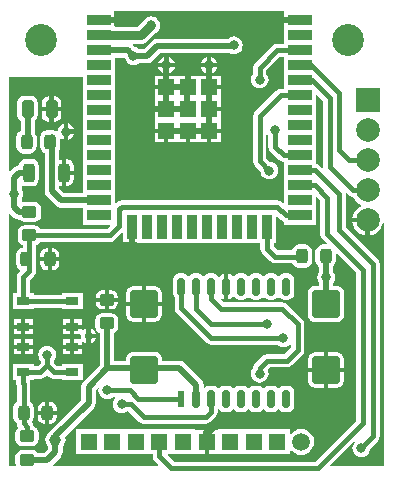
<source format=gtl>
G04 Layer_Physical_Order=1*
G04 Layer_Color=255*
%FSLAX44Y44*%
%MOMM*%
G71*
G01*
G75*
G04:AMPARAMS|DCode=10|XSize=1.016mm|YSize=1.524mm|CornerRadius=0.254mm|HoleSize=0mm|Usage=FLASHONLY|Rotation=0.000|XOffset=0mm|YOffset=0mm|HoleType=Round|Shape=RoundedRectangle|*
%AMROUNDEDRECTD10*
21,1,1.0160,1.0160,0,0,0.0*
21,1,0.5080,1.5240,0,0,0.0*
1,1,0.5080,0.2540,-0.5080*
1,1,0.5080,-0.2540,-0.5080*
1,1,0.5080,-0.2540,0.5080*
1,1,0.5080,0.2540,0.5080*
%
%ADD10ROUNDEDRECTD10*%
G04:AMPARAMS|DCode=11|XSize=1mm|YSize=1.25mm|CornerRadius=0.25mm|HoleSize=0mm|Usage=FLASHONLY|Rotation=0.000|XOffset=0mm|YOffset=0mm|HoleType=Round|Shape=RoundedRectangle|*
%AMROUNDEDRECTD11*
21,1,1.0000,0.7500,0,0,0.0*
21,1,0.5000,1.2500,0,0,0.0*
1,1,0.5000,0.2500,-0.3750*
1,1,0.5000,-0.2500,-0.3750*
1,1,0.5000,-0.2500,0.3750*
1,1,0.5000,0.2500,0.3750*
%
%ADD11ROUNDEDRECTD11*%
G04:AMPARAMS|DCode=12|XSize=2.4mm|YSize=2.4mm|CornerRadius=0.3mm|HoleSize=0mm|Usage=FLASHONLY|Rotation=90.000|XOffset=0mm|YOffset=0mm|HoleType=Round|Shape=RoundedRectangle|*
%AMROUNDEDRECTD12*
21,1,2.4000,1.8000,0,0,90.0*
21,1,1.8000,2.4000,0,0,90.0*
1,1,0.6000,0.9000,0.9000*
1,1,0.6000,0.9000,-0.9000*
1,1,0.6000,-0.9000,-0.9000*
1,1,0.6000,-0.9000,0.9000*
%
%ADD12ROUNDEDRECTD12*%
G04:AMPARAMS|DCode=13|XSize=1mm|YSize=1.25mm|CornerRadius=0.25mm|HoleSize=0mm|Usage=FLASHONLY|Rotation=270.000|XOffset=0mm|YOffset=0mm|HoleType=Round|Shape=RoundedRectangle|*
%AMROUNDEDRECTD13*
21,1,1.0000,0.7500,0,0,270.0*
21,1,0.5000,1.2500,0,0,270.0*
1,1,0.5000,-0.3750,-0.2500*
1,1,0.5000,-0.3750,0.2500*
1,1,0.5000,0.3750,0.2500*
1,1,0.5000,0.3750,-0.2500*
%
%ADD13ROUNDEDRECTD13*%
G04:AMPARAMS|DCode=14|XSize=1mm|YSize=1.6mm|CornerRadius=0.25mm|HoleSize=0mm|Usage=FLASHONLY|Rotation=0.000|XOffset=0mm|YOffset=0mm|HoleType=Round|Shape=RoundedRectangle|*
%AMROUNDEDRECTD14*
21,1,1.0000,1.1000,0,0,0.0*
21,1,0.5000,1.6000,0,0,0.0*
1,1,0.5000,0.2500,-0.5500*
1,1,0.5000,-0.2500,-0.5500*
1,1,0.5000,-0.2500,0.5500*
1,1,0.5000,0.2500,0.5500*
%
%ADD14ROUNDEDRECTD14*%
G04:AMPARAMS|DCode=15|XSize=1.524mm|YSize=0.6096mm|CornerRadius=0.1524mm|HoleSize=0mm|Usage=FLASHONLY|Rotation=270.000|XOffset=0mm|YOffset=0mm|HoleType=Round|Shape=RoundedRectangle|*
%AMROUNDEDRECTD15*
21,1,1.5240,0.3048,0,0,270.0*
21,1,1.2192,0.6096,0,0,270.0*
1,1,0.3048,-0.1524,-0.6096*
1,1,0.3048,-0.1524,0.6096*
1,1,0.3048,0.1524,0.6096*
1,1,0.3048,0.1524,-0.6096*
%
%ADD15ROUNDEDRECTD15*%
%ADD16R,0.6096X1.4732*%
%ADD17R,1.3300X1.3300*%
%ADD18R,1.3300X1.3300*%
%ADD19R,2.0000X0.9000*%
%ADD20R,0.9000X2.0000*%
%ADD21R,1.0500X0.6500*%
%ADD22C,0.5080*%
%ADD23C,0.4000*%
%ADD24C,0.5000*%
%ADD25C,0.7500*%
%ADD26C,0.2540*%
%ADD27C,0.7000*%
%ADD28C,2.7000*%
%ADD29R,1.4000X1.4000*%
%ADD30C,1.5000*%
%ADD31C,2.0000*%
%ADD32R,2.0000X2.0000*%
%ADD33C,0.8000*%
%ADD34C,0.7000*%
%ADD35C,1.0000*%
G36*
X65400Y328350D02*
Y315650D01*
Y302950D01*
Y290250D01*
Y277550D01*
Y264850D01*
Y252150D01*
Y240868D01*
X49472D01*
X45056Y245284D01*
Y246741D01*
X45829Y247375D01*
X47000Y247142D01*
X47750D01*
Y258250D01*
Y269358D01*
X47000D01*
X45829Y269125D01*
X45056Y269759D01*
Y277191D01*
X45708Y278166D01*
X46173Y280508D01*
Y286750D01*
X47070Y287192D01*
X47470Y286886D01*
X49173Y286180D01*
X49250Y286170D01*
Y293000D01*
Y299830D01*
X49173Y299820D01*
X47470Y299114D01*
X46008Y297992D01*
X44886Y296530D01*
X44180Y294827D01*
X44040Y293764D01*
X42968Y293278D01*
X42397Y293659D01*
X40056Y294125D01*
X35056D01*
X32715Y293659D01*
X30730Y292333D01*
X29404Y290349D01*
X28938Y288008D01*
Y280508D01*
X29404Y278166D01*
X30730Y276182D01*
X32715Y274856D01*
X32821Y274835D01*
Y242750D01*
X33286Y240409D01*
X34612Y238424D01*
X42612Y230424D01*
X44597Y229098D01*
X46938Y228633D01*
X65400D01*
Y214050D01*
X87813D01*
X88196Y213126D01*
X85677Y210608D01*
X28890D01*
X28076Y211826D01*
X26091Y213152D01*
X23750Y213617D01*
X16250D01*
X13909Y213152D01*
X11924Y211826D01*
X10598Y209841D01*
X10132Y207500D01*
Y202500D01*
X10598Y200159D01*
X11924Y198174D01*
X13909Y196848D01*
X14392Y196752D01*
Y194796D01*
X12409Y194402D01*
X10424Y193076D01*
X9098Y191091D01*
X8632Y188750D01*
Y181250D01*
X9098Y178909D01*
X10424Y176924D01*
X11716Y176061D01*
X11843Y174774D01*
X10785Y173715D01*
X9569Y171896D01*
X9142Y169750D01*
Y156000D01*
X6000D01*
Y142500D01*
X23500D01*
Y143642D01*
X47500D01*
Y142500D01*
X65000D01*
Y156000D01*
X47500D01*
Y154858D01*
X23500D01*
Y156000D01*
X20358D01*
Y167427D01*
X23965Y171035D01*
X25181Y172854D01*
X25608Y175000D01*
Y179944D01*
X25868Y181250D01*
Y188750D01*
X25608Y190056D01*
Y196752D01*
X26091Y196848D01*
X28076Y198174D01*
X28890Y199392D01*
X88000D01*
X90146Y199819D01*
X91965Y201035D01*
X98326Y207396D01*
X99250Y207013D01*
Y199050D01*
X105000D01*
Y212050D01*
X108500D01*
Y199050D01*
X111450D01*
Y198550D01*
X215442D01*
Y193950D01*
X215869Y191804D01*
X217085Y189985D01*
X224035Y183035D01*
X225854Y181819D01*
X228000Y181392D01*
X242609D01*
X243924Y179424D01*
X245909Y178098D01*
X248250Y177633D01*
X253250D01*
X255591Y178098D01*
X257576Y179424D01*
X258902Y181409D01*
X259368Y183750D01*
Y191250D01*
X258902Y193591D01*
X257576Y195576D01*
X255591Y196902D01*
X253250Y197368D01*
X248250D01*
X245909Y196902D01*
X243924Y195576D01*
X242598Y193591D01*
X242402Y192608D01*
X230323D01*
X226658Y196273D01*
Y198550D01*
X229050D01*
Y220713D01*
X229974Y221096D01*
X232985Y218085D01*
X234804Y216869D01*
X235400Y216751D01*
Y214050D01*
X262400D01*
Y226750D01*
Y237363D01*
X263324Y237745D01*
X266392Y234677D01*
Y206000D01*
X266819Y203854D01*
X268035Y202035D01*
X271778Y198291D01*
X271395Y197368D01*
X268250D01*
X265909Y196902D01*
X263924Y195576D01*
X262598Y193591D01*
X262132Y191250D01*
Y183750D01*
X262598Y181409D01*
X263924Y179424D01*
X265133Y178617D01*
Y173848D01*
X264699Y173282D01*
X263943Y171458D01*
X263685Y169500D01*
X263943Y167542D01*
X264699Y165718D01*
X264883Y165478D01*
Y162556D01*
X262000D01*
X260303Y162333D01*
X258722Y161678D01*
X257364Y160636D01*
X256322Y159278D01*
X255667Y157697D01*
X255444Y156000D01*
Y138000D01*
X255667Y136303D01*
X256322Y134722D01*
X257364Y133364D01*
X258722Y132322D01*
X260303Y131667D01*
X262000Y131444D01*
X280000D01*
X281697Y131667D01*
X283278Y132322D01*
X284636Y133364D01*
X285678Y134722D01*
X286333Y136303D01*
X286556Y138000D01*
Y156000D01*
X286333Y157697D01*
X285678Y159278D01*
X284636Y160636D01*
X283278Y161678D01*
X281697Y162333D01*
X280000Y162556D01*
X277118D01*
Y164827D01*
X277801Y165718D01*
X278557Y167542D01*
X278815Y169500D01*
X278557Y171458D01*
X277801Y173282D01*
X277367Y173848D01*
Y179285D01*
X277576Y179424D01*
X278902Y181409D01*
X279368Y183750D01*
Y189395D01*
X280291Y189778D01*
X296392Y173677D01*
Y48323D01*
X261677Y13608D01*
X142323D01*
X137104Y18826D01*
X137487Y19750D01*
X160500D01*
Y20250D01*
X168250D01*
Y30250D01*
Y40250D01*
X160500D01*
Y40750D01*
X59500D01*
Y19750D01*
X124392D01*
Y18000D01*
X124819Y15854D01*
X126035Y14035D01*
X129146Y10924D01*
X128763Y10000D01*
X40066D01*
X39652Y11000D01*
X46326Y17674D01*
X47652Y19659D01*
X48117Y22000D01*
Y26010D01*
X49425Y27713D01*
X50281Y29781D01*
X50573Y32000D01*
X50281Y34219D01*
X50161Y34509D01*
X74326Y58674D01*
X75652Y60659D01*
X76118Y63000D01*
Y74466D01*
X77696Y76044D01*
X78643Y75577D01*
X78435Y74000D01*
X78693Y72042D01*
X79449Y70218D01*
X80651Y68651D01*
X82218Y67449D01*
X84042Y66693D01*
X86000Y66435D01*
X87958Y66693D01*
X89782Y67449D01*
X91012Y68392D01*
X92455D01*
X92776Y67445D01*
X92651Y67349D01*
X91449Y65782D01*
X90693Y63958D01*
X90435Y62000D01*
X90693Y60042D01*
X91449Y58218D01*
X92651Y56651D01*
X94218Y55449D01*
X96042Y54693D01*
X98000Y54435D01*
X99958Y54693D01*
X101782Y55449D01*
X103012Y56392D01*
X103677D01*
X112785Y47285D01*
X114604Y46069D01*
X116750Y45642D01*
X169250D01*
X171396Y46069D01*
X173215Y47285D01*
X177915Y51985D01*
X179131Y53804D01*
X179558Y55950D01*
Y57725D01*
X179699Y57936D01*
X180901D01*
X181504Y57034D01*
X183166Y55924D01*
X185126Y55534D01*
X188174D01*
X190134Y55924D01*
X191796Y57034D01*
X192399Y57936D01*
X193601D01*
X194204Y57034D01*
X195866Y55924D01*
X197826Y55534D01*
X200874D01*
X202834Y55924D01*
X204496Y57034D01*
X205099Y57936D01*
X206301D01*
X206904Y57034D01*
X208566Y55924D01*
X210526Y55534D01*
X213574D01*
X215534Y55924D01*
X217196Y57034D01*
X217799Y57936D01*
X219001D01*
X219604Y57034D01*
X221266Y55924D01*
X223226Y55534D01*
X226274D01*
X228234Y55924D01*
X229896Y57034D01*
X230499Y57936D01*
X231701D01*
X232304Y57034D01*
X233966Y55924D01*
X235926Y55534D01*
X238974D01*
X240934Y55924D01*
X242596Y57034D01*
X243706Y58696D01*
X244096Y60656D01*
Y72848D01*
X243706Y74808D01*
X242596Y76470D01*
X240934Y77580D01*
X238974Y77970D01*
X235926D01*
X233966Y77580D01*
X232304Y76470D01*
X231701Y75568D01*
X230499D01*
X229896Y76470D01*
X228234Y77580D01*
X226274Y77970D01*
X223226D01*
X221266Y77580D01*
X219604Y76470D01*
X219001Y75568D01*
X217799D01*
X217196Y76470D01*
X215534Y77580D01*
X213574Y77970D01*
X210526D01*
X208566Y77580D01*
X206904Y76470D01*
X206301Y75568D01*
X205099D01*
X204496Y76470D01*
X202834Y77580D01*
X200874Y77970D01*
X197826D01*
X195866Y77580D01*
X194204Y76470D01*
X193601Y75568D01*
X192399D01*
X191796Y76470D01*
X190134Y77580D01*
X188174Y77970D01*
X185126D01*
X183166Y77580D01*
X181504Y76470D01*
X180901Y75568D01*
X179699D01*
X179096Y76470D01*
X177434Y77580D01*
X175474Y77970D01*
X172426D01*
X170466Y77580D01*
X168804Y76470D01*
X168368Y75817D01*
X167367Y76120D01*
Y78750D01*
X166902Y81091D01*
X165576Y83076D01*
X151326Y97326D01*
X149341Y98652D01*
X147000Y99118D01*
X132556D01*
Y100000D01*
X132333Y101697D01*
X131678Y103278D01*
X130636Y104636D01*
X129278Y105678D01*
X127697Y106333D01*
X126000Y106556D01*
X108000D01*
X106303Y106333D01*
X104722Y105678D01*
X103364Y104636D01*
X102322Y103278D01*
X101667Y101697D01*
X101444Y100000D01*
Y99118D01*
X91617D01*
Y122366D01*
X93576Y123674D01*
X94902Y125659D01*
X95368Y128000D01*
Y133000D01*
X94902Y135341D01*
X93576Y137326D01*
X91591Y138652D01*
X89250Y139117D01*
X81750D01*
X79409Y138652D01*
X77424Y137326D01*
X76098Y135341D01*
X75633Y133000D01*
Y128000D01*
X76098Y125659D01*
X77424Y123674D01*
X79383Y122366D01*
Y95034D01*
X65674Y81326D01*
X64348Y79341D01*
X63882Y77000D01*
Y65534D01*
X37816Y39467D01*
X37713Y39425D01*
X35938Y38062D01*
X34575Y36287D01*
X33719Y34219D01*
X33427Y32000D01*
X33719Y29781D01*
X34575Y27713D01*
X35882Y26010D01*
Y24534D01*
X32466Y21117D01*
X26549D01*
X26076Y21826D01*
X24091Y23152D01*
X21750Y23617D01*
X14250D01*
X11909Y23152D01*
X9924Y21826D01*
X8598Y19841D01*
X8132Y17500D01*
Y12500D01*
X8431Y11000D01*
X7610Y10000D01*
X3000D01*
Y222984D01*
X3924Y223367D01*
X7145Y220145D01*
X9143Y218811D01*
X11500Y218342D01*
X11812D01*
X11924Y218174D01*
X13909Y216848D01*
X16250Y216383D01*
X23750D01*
X26091Y216848D01*
X28076Y218174D01*
X29402Y220159D01*
X29868Y222500D01*
Y227500D01*
X29402Y229841D01*
X28076Y231826D01*
X26091Y233152D01*
X23750Y233617D01*
X16250D01*
X14408Y233251D01*
X13408Y233929D01*
Y235706D01*
X13801Y236218D01*
X14557Y238042D01*
X14815Y240000D01*
X14557Y241958D01*
X13801Y243782D01*
X13408Y244294D01*
Y246873D01*
X14290Y247344D01*
X14659Y247098D01*
X17000Y246632D01*
X22000D01*
X24341Y247098D01*
X26326Y248424D01*
X27652Y250409D01*
X28117Y252750D01*
Y263750D01*
X27652Y266091D01*
X26326Y268076D01*
X24341Y269402D01*
X22000Y269867D01*
X17000D01*
X14659Y269402D01*
X12674Y268076D01*
X11348Y266091D01*
X10993Y264307D01*
X9143Y263940D01*
X7145Y262605D01*
X3924Y259383D01*
X3000Y259766D01*
Y338750D01*
X65400D01*
Y328350D01*
D02*
G37*
G36*
X268642Y318927D02*
Y262750D01*
X268669Y262615D01*
X267787Y262143D01*
X265815Y264115D01*
X263996Y265331D01*
X262400Y265648D01*
Y277550D01*
Y290250D01*
Y302950D01*
Y315650D01*
Y323863D01*
X263324Y324246D01*
X268642Y318927D01*
D02*
G37*
G36*
X235900Y394650D02*
Y388900D01*
X248900D01*
Y385400D01*
X235900D01*
Y382450D01*
X235400D01*
Y367358D01*
X229750D01*
X227604Y366931D01*
X225785Y365715D01*
X211035Y350965D01*
X209819Y349146D01*
X209392Y347000D01*
Y342012D01*
X208449Y340782D01*
X207693Y338958D01*
X207435Y337000D01*
X207693Y335042D01*
X208449Y333218D01*
X209651Y331651D01*
X211218Y330449D01*
X213042Y329693D01*
X215000Y329435D01*
X216958Y329693D01*
X218782Y330449D01*
X220349Y331651D01*
X221551Y333218D01*
X222307Y335042D01*
X222565Y337000D01*
X222307Y338958D01*
X221551Y340782D01*
X220608Y342012D01*
Y344677D01*
X232073Y356142D01*
X235400D01*
Y341050D01*
Y329258D01*
X232650D01*
X230504Y328831D01*
X228685Y327615D01*
X211035Y309965D01*
X209819Y308146D01*
X209392Y306000D01*
Y268000D01*
X209819Y265854D01*
X211035Y264035D01*
X215491Y259579D01*
X215693Y258042D01*
X216449Y256218D01*
X217651Y254651D01*
X219218Y253449D01*
X221042Y252693D01*
X223000Y252435D01*
X224958Y252693D01*
X226782Y253449D01*
X228349Y254651D01*
X229551Y256218D01*
X230307Y258042D01*
X230565Y260000D01*
X230307Y261958D01*
X229551Y263782D01*
X228349Y265349D01*
X226782Y266551D01*
X224958Y267307D01*
X223421Y267509D01*
X220608Y270323D01*
Y289752D01*
X220713Y289810D01*
X221608Y290011D01*
X222392Y288988D01*
Y280000D01*
X222819Y277854D01*
X224035Y276035D01*
X231185Y268885D01*
X233004Y267669D01*
X235150Y267242D01*
X235400D01*
Y252150D01*
Y239450D01*
Y232837D01*
X234476Y232454D01*
X233965Y232965D01*
X232146Y234181D01*
X230000Y234608D01*
X98000D01*
X95854Y234181D01*
X94035Y232965D01*
X93324Y232254D01*
X92400Y232637D01*
Y239450D01*
Y252150D01*
Y264850D01*
Y277550D01*
Y290250D01*
Y302950D01*
Y315650D01*
Y328350D01*
Y341050D01*
Y355633D01*
X100615D01*
X100693Y355042D01*
X101449Y353218D01*
X102651Y351651D01*
X104218Y350449D01*
X106042Y349693D01*
X108000Y349435D01*
X109958Y349693D01*
X111782Y350449D01*
X112348Y350882D01*
X119797D01*
X122138Y351348D01*
X124123Y352674D01*
X130751Y359302D01*
X189571D01*
X191042Y358693D01*
X193000Y358435D01*
X194958Y358693D01*
X196782Y359449D01*
X198349Y360651D01*
X199551Y362218D01*
X200307Y364042D01*
X200565Y366000D01*
X200307Y367958D01*
X199551Y369782D01*
X198349Y371349D01*
X196782Y372551D01*
X194958Y373307D01*
X193000Y373565D01*
X191042Y373307D01*
X189218Y372551D01*
X187897Y371538D01*
X128217D01*
X125876Y371072D01*
X123891Y369746D01*
X117263Y363117D01*
X112348D01*
X111782Y363551D01*
X109958Y364307D01*
X109252Y364400D01*
X107576Y366076D01*
X107419Y366181D01*
X107709Y367137D01*
X114450D01*
X116343Y367387D01*
X118106Y368117D01*
X119621Y369279D01*
X126817Y376475D01*
X128349Y377651D01*
X129551Y379218D01*
X130307Y381042D01*
X130565Y383000D01*
X130307Y384958D01*
X129551Y386782D01*
X128349Y388349D01*
X126782Y389551D01*
X124958Y390307D01*
X123000Y390565D01*
X121042Y390307D01*
X119218Y389551D01*
X117651Y388349D01*
X116475Y386816D01*
X111421Y381763D01*
X92615D01*
X92400Y382001D01*
Y382450D01*
X92400D01*
X91900Y383411D01*
Y385400D01*
X78900D01*
Y388900D01*
X91900D01*
Y394650D01*
X92755Y395000D01*
X235045D01*
X235900Y394650D01*
D02*
G37*
G36*
X289685Y239385D02*
X291504Y238169D01*
X293650Y237742D01*
X293960D01*
X294458Y236542D01*
X296622Y233722D01*
X299442Y231558D01*
X301080Y230879D01*
Y229879D01*
X299694Y229305D01*
X296978Y227222D01*
X294895Y224506D01*
X293585Y221344D01*
X293368Y219700D01*
X306250D01*
Y217950D01*
X308000D01*
Y205068D01*
X309644Y205285D01*
X312806Y206595D01*
X315522Y208678D01*
X317605Y211394D01*
X318915Y214556D01*
X319000Y215199D01*
X320000Y215133D01*
Y10000D01*
X275237D01*
X274854Y10924D01*
X294756Y30826D01*
X295510Y30165D01*
X294449Y28782D01*
X293693Y26958D01*
X293435Y25000D01*
X293693Y23042D01*
X294449Y21218D01*
X295651Y19651D01*
X297218Y18449D01*
X299042Y17693D01*
X301000Y17435D01*
X302958Y17693D01*
X304782Y18449D01*
X306349Y19651D01*
X307551Y21218D01*
X308307Y23042D01*
X308509Y24579D01*
X314965Y31035D01*
X316181Y32854D01*
X316608Y35000D01*
Y181000D01*
X316181Y183146D01*
X314965Y184965D01*
X287608Y212323D01*
Y240000D01*
X287581Y240135D01*
X288463Y240607D01*
X289685Y239385D01*
D02*
G37*
%LPC*%
G36*
X23000Y126000D02*
X16500D01*
Y121500D01*
X23000D01*
Y126000D01*
D02*
G37*
G36*
X71750Y126311D02*
Y121750D01*
X76311D01*
X75678Y123278D01*
X74636Y124636D01*
X73278Y125678D01*
X71750Y126311D01*
D02*
G37*
G36*
X54500Y126000D02*
X48000D01*
Y121500D01*
X54500D01*
Y126000D01*
D02*
G37*
G36*
X54500Y117000D02*
X48000D01*
Y112500D01*
X54500D01*
Y117000D01*
D02*
G37*
G36*
X76311Y118250D02*
X71750D01*
Y113689D01*
X73278Y114322D01*
X74636Y115364D01*
X75678Y116722D01*
X76311Y118250D01*
D02*
G37*
G36*
X13000Y126000D02*
X6500D01*
Y121500D01*
X13000D01*
Y126000D01*
D02*
G37*
G36*
X68250Y126311D02*
X66722Y125678D01*
X65500Y124740D01*
X64500Y124987D01*
Y126000D01*
X58000D01*
Y121500D01*
X62883D01*
X63542Y120748D01*
X63444Y120000D01*
X63667Y118303D01*
X63863Y117831D01*
X63307Y117000D01*
X58000D01*
Y112500D01*
X64500D01*
Y115013D01*
X65500Y115260D01*
X66722Y114322D01*
X68250Y113689D01*
Y120000D01*
Y126311D01*
D02*
G37*
G36*
X132118Y145250D02*
X118750D01*
Y131882D01*
X126000D01*
X128341Y132348D01*
X130326Y133674D01*
X131652Y135659D01*
X132118Y138000D01*
Y145250D01*
D02*
G37*
G36*
X115250D02*
X101882D01*
Y138000D01*
X102348Y135659D01*
X103674Y133674D01*
X105659Y132348D01*
X108000Y131882D01*
X115250D01*
Y145250D01*
D02*
G37*
G36*
X94858Y148750D02*
X87250D01*
Y142392D01*
X89250D01*
X91396Y142819D01*
X93215Y144035D01*
X94431Y145854D01*
X94858Y148000D01*
Y148750D01*
D02*
G37*
G36*
X83750D02*
X76142D01*
Y148000D01*
X76569Y145854D01*
X77785Y144035D01*
X79604Y142819D01*
X81750Y142392D01*
X83750D01*
Y148750D01*
D02*
G37*
G36*
X54500Y134000D02*
X48000D01*
Y129500D01*
X54500D01*
Y134000D01*
D02*
G37*
G36*
X13000D02*
X6500D01*
Y129500D01*
X13000D01*
Y134000D01*
D02*
G37*
G36*
X23000D02*
X16500D01*
Y129500D01*
X23000D01*
Y134000D01*
D02*
G37*
G36*
X64500D02*
X58000D01*
Y129500D01*
X64500D01*
Y134000D01*
D02*
G37*
G36*
X269250Y89250D02*
X255882D01*
Y82000D01*
X256348Y79659D01*
X257674Y77674D01*
X259659Y76348D01*
X262000Y75882D01*
X269250D01*
Y89250D01*
D02*
G37*
G36*
X37500Y64358D02*
X36750D01*
Y56750D01*
X43108D01*
Y58750D01*
X42681Y60896D01*
X41465Y62715D01*
X39646Y63931D01*
X37500Y64358D01*
D02*
G37*
G36*
X269250Y106117D02*
X262000D01*
X259659Y105652D01*
X257674Y104326D01*
X256348Y102341D01*
X255882Y100000D01*
Y92750D01*
X269250D01*
Y106117D01*
D02*
G37*
G36*
X286117Y89250D02*
X272750D01*
Y75882D01*
X280000D01*
X282341Y76348D01*
X284326Y77674D01*
X285652Y79659D01*
X286117Y82000D01*
Y89250D01*
D02*
G37*
G36*
X33250Y53250D02*
X26892D01*
Y51250D01*
X27319Y49104D01*
X28535Y47285D01*
X30354Y46069D01*
X32500Y45642D01*
X33250D01*
Y53250D01*
D02*
G37*
G36*
X250000Y41345D02*
X247128Y40967D01*
X244452Y39859D01*
X242155Y38095D01*
X241447Y37173D01*
X240500Y37494D01*
Y40750D01*
X179500D01*
Y40250D01*
X171750D01*
Y30250D01*
Y20250D01*
X179500D01*
Y19750D01*
X240500D01*
Y23006D01*
X241447Y23327D01*
X242155Y22405D01*
X244452Y20642D01*
X247128Y19533D01*
X250000Y19155D01*
X252872Y19533D01*
X255548Y20642D01*
X257845Y22405D01*
X259608Y24703D01*
X260717Y27378D01*
X261095Y30250D01*
X260717Y33122D01*
X259608Y35797D01*
X257845Y38095D01*
X255548Y39859D01*
X252872Y40967D01*
X250000Y41345D01*
D02*
G37*
G36*
X33250Y64358D02*
X32500D01*
X30354Y63931D01*
X28535Y62715D01*
X27319Y60896D01*
X26892Y58750D01*
Y56750D01*
X33250D01*
Y64358D01*
D02*
G37*
G36*
X43108Y53250D02*
X36750D01*
Y45642D01*
X37500D01*
X39646Y46069D01*
X41465Y47285D01*
X42681Y49104D01*
X43108Y51250D01*
Y53250D01*
D02*
G37*
G36*
X64500Y109000D02*
X58000D01*
Y104500D01*
X64500D01*
Y109000D01*
D02*
G37*
G36*
X54500D02*
X48000D01*
Y104500D01*
X54500D01*
Y109000D01*
D02*
G37*
G36*
X23000Y117000D02*
X16500D01*
Y112500D01*
X23000D01*
Y117000D01*
D02*
G37*
G36*
X13000D02*
X6500D01*
Y112500D01*
X13000D01*
Y117000D01*
D02*
G37*
G36*
X35000Y111565D02*
X33042Y111307D01*
X31218Y110551D01*
X29651Y109349D01*
X28449Y107782D01*
X27693Y105958D01*
X27435Y104000D01*
X27693Y102042D01*
X28449Y100218D01*
X29392Y98988D01*
Y97323D01*
X26927Y94858D01*
X23500D01*
Y96000D01*
X6000D01*
Y82500D01*
X8642D01*
Y80000D01*
X9069Y77854D01*
X9392Y77370D01*
Y63890D01*
X8174Y63076D01*
X6848Y61091D01*
X6382Y58750D01*
Y51250D01*
X6848Y48909D01*
X8174Y46924D01*
X9392Y46110D01*
Y46000D01*
X9819Y43854D01*
X10789Y42403D01*
X9924Y41826D01*
X8598Y39841D01*
X8132Y37500D01*
Y32500D01*
X8598Y30159D01*
X9924Y28174D01*
X11909Y26848D01*
X14250Y26383D01*
X21750D01*
X24091Y26848D01*
X26076Y28174D01*
X27402Y30159D01*
X27868Y32500D01*
Y37500D01*
X27402Y39841D01*
X26076Y41826D01*
X24091Y43152D01*
X23556Y43258D01*
X23181Y45146D01*
X21965Y46965D01*
X21898Y47032D01*
X23152Y48909D01*
X23617Y51250D01*
Y58750D01*
X23152Y61091D01*
X21826Y63076D01*
X20608Y63890D01*
Y79250D01*
X20181Y81396D01*
X20111Y81500D01*
X20592Y82500D01*
X23500D01*
Y83642D01*
X29250D01*
X31396Y84069D01*
X33215Y85285D01*
X35000Y87069D01*
X36785Y85285D01*
X38604Y84069D01*
X40750Y83642D01*
X47500D01*
Y82500D01*
X65000D01*
Y96000D01*
X47500D01*
Y94858D01*
X43073D01*
X40608Y97323D01*
Y98988D01*
X41551Y100218D01*
X42307Y102042D01*
X42565Y104000D01*
X42307Y105958D01*
X41551Y107782D01*
X40349Y109349D01*
X38782Y110551D01*
X36958Y111307D01*
X35000Y111565D01*
D02*
G37*
G36*
X280000Y106117D02*
X272750D01*
Y92750D01*
X286117D01*
Y100000D01*
X285652Y102341D01*
X284326Y104326D01*
X282341Y105652D01*
X280000Y106117D01*
D02*
G37*
G36*
X23000Y109000D02*
X16500D01*
Y104500D01*
X23000D01*
Y109000D01*
D02*
G37*
G36*
X13000D02*
X6500D01*
Y104500D01*
X13000D01*
Y109000D01*
D02*
G37*
G36*
X115250Y162118D02*
X108000D01*
X105659Y161652D01*
X103674Y160326D01*
X102348Y158341D01*
X101882Y156000D01*
Y148750D01*
X115250D01*
Y162118D01*
D02*
G37*
G36*
X41238Y322729D02*
X40448D01*
Y313750D01*
X46887D01*
Y317080D01*
X46457Y319242D01*
X45232Y321074D01*
X43400Y322299D01*
X41238Y322729D01*
D02*
G37*
G36*
X36948Y310250D02*
X30510D01*
Y306920D01*
X30940Y304758D01*
X32164Y302926D01*
X33997Y301702D01*
X36158Y301271D01*
X36948D01*
Y310250D01*
D02*
G37*
G36*
X52750Y299830D02*
Y294750D01*
X57830D01*
X57820Y294827D01*
X57115Y296530D01*
X55992Y297992D01*
X54530Y299114D01*
X52827Y299820D01*
X52750Y299830D01*
D02*
G37*
G36*
X36948Y322729D02*
X36158D01*
X33997Y322299D01*
X32164Y321074D01*
X30940Y319242D01*
X30510Y317080D01*
Y313750D01*
X36948D01*
Y322729D01*
D02*
G37*
G36*
X46887Y310250D02*
X40448D01*
Y301271D01*
X41238D01*
X43400Y301702D01*
X45232Y302926D01*
X46457Y304758D01*
X46887Y306920D01*
Y310250D01*
D02*
G37*
G36*
X35500Y183250D02*
X29142D01*
Y181250D01*
X29569Y179104D01*
X30785Y177285D01*
X32604Y176069D01*
X34750Y175642D01*
X35500D01*
Y183250D01*
D02*
G37*
G36*
X238974Y172966D02*
X235926D01*
X233966Y172577D01*
X232304Y171466D01*
X231701Y170564D01*
X230499D01*
X229896Y171466D01*
X228234Y172577D01*
X226274Y172966D01*
X223226D01*
X221266Y172577D01*
X219604Y171466D01*
X219001Y170564D01*
X217799D01*
X217196Y171466D01*
X215534Y172577D01*
X213574Y172966D01*
X210526D01*
X208566Y172577D01*
X206904Y171466D01*
X206301Y170564D01*
X205099D01*
X204496Y171466D01*
X202834Y172577D01*
X200874Y172966D01*
X197826D01*
X195866Y172577D01*
X194204Y171466D01*
X193282Y170087D01*
X192339Y169996D01*
X192144Y170046D01*
X191436Y171106D01*
X189939Y172106D01*
X188400Y172412D01*
Y161748D01*
Y151084D01*
X189939Y151390D01*
X191436Y152390D01*
X192144Y153450D01*
X192339Y153500D01*
X193282Y153409D01*
X194204Y152030D01*
X195866Y150920D01*
X197826Y150530D01*
X200874D01*
X202834Y150920D01*
X204496Y152030D01*
X205099Y152932D01*
X206301D01*
X206904Y152030D01*
X208566Y150920D01*
X210526Y150530D01*
X213574D01*
X215534Y150920D01*
X217196Y152030D01*
X217799Y152932D01*
X219001D01*
X219604Y152030D01*
X221266Y150920D01*
X223226Y150530D01*
X226274D01*
X228234Y150920D01*
X229896Y152030D01*
X230499Y152932D01*
X231701D01*
X232304Y152030D01*
X233966Y150920D01*
X235926Y150530D01*
X238974D01*
X240934Y150920D01*
X242596Y152030D01*
X243706Y153692D01*
X244096Y155652D01*
Y167844D01*
X243706Y169804D01*
X242596Y171466D01*
X240934Y172577D01*
X238974Y172966D01*
D02*
G37*
G36*
X35500Y194358D02*
X34750D01*
X32604Y193931D01*
X30785Y192715D01*
X29569Y190896D01*
X29142Y188750D01*
Y186750D01*
X35500D01*
Y194358D01*
D02*
G37*
G36*
X45358Y183250D02*
X39000D01*
Y175642D01*
X39750D01*
X41896Y176069D01*
X43715Y177285D01*
X44931Y179104D01*
X45358Y181250D01*
Y183250D01*
D02*
G37*
G36*
X83750Y158608D02*
X81750D01*
X79604Y158181D01*
X77785Y156965D01*
X76569Y155146D01*
X76142Y153000D01*
Y152250D01*
X83750D01*
Y158608D01*
D02*
G37*
G36*
X126000Y162118D02*
X118750D01*
Y148750D01*
X132118D01*
Y156000D01*
X131652Y158341D01*
X130326Y160326D01*
X128341Y161652D01*
X126000Y162118D01*
D02*
G37*
G36*
X175474Y172966D02*
X172426D01*
X170466Y172577D01*
X168804Y171466D01*
X168201Y170564D01*
X166999D01*
X166396Y171466D01*
X164734Y172577D01*
X162774Y172966D01*
X159726D01*
X157766Y172577D01*
X156104Y171466D01*
X155501Y170564D01*
X154299D01*
X153696Y171466D01*
X152034Y172577D01*
X150074Y172966D01*
X147026D01*
X145066Y172577D01*
X143404Y171466D01*
X142294Y169804D01*
X141904Y167844D01*
Y155652D01*
X142294Y153692D01*
X142942Y152721D01*
Y143450D01*
X143369Y141304D01*
X144585Y139485D01*
X170035Y114035D01*
X171854Y112819D01*
X174000Y112392D01*
X229988D01*
X231218Y111449D01*
X233042Y110693D01*
X235000Y110435D01*
X236958Y110693D01*
X238782Y111449D01*
X240349Y112651D01*
X240445Y112776D01*
X241392Y112455D01*
Y110323D01*
X235677Y104608D01*
X221000D01*
X218854Y104181D01*
X217035Y102965D01*
X211035Y96965D01*
X209819Y95146D01*
X209396Y93016D01*
X208449Y91782D01*
X207693Y89958D01*
X207435Y88000D01*
X207693Y86042D01*
X208449Y84218D01*
X209651Y82651D01*
X211218Y81449D01*
X213042Y80693D01*
X215000Y80435D01*
X216958Y80693D01*
X218782Y81449D01*
X220349Y82651D01*
X221551Y84218D01*
X222307Y86042D01*
X222565Y88000D01*
X222307Y89958D01*
X221599Y91668D01*
X223323Y93392D01*
X238000D01*
X240146Y93819D01*
X241965Y95035D01*
X250965Y104035D01*
X252181Y105854D01*
X252608Y108000D01*
Y130000D01*
X252181Y132146D01*
X250965Y133965D01*
X237965Y146965D01*
X236146Y148181D01*
X234000Y148608D01*
X184323D01*
X181617Y151313D01*
X181602Y151363D01*
X182232Y152144D01*
X182396Y152035D01*
X183361Y151390D01*
X184900Y151084D01*
Y161748D01*
Y172412D01*
X183361Y172106D01*
X181864Y171106D01*
X181156Y170046D01*
X180961Y169996D01*
X180018Y170087D01*
X179096Y171466D01*
X177434Y172577D01*
X175474Y172966D01*
D02*
G37*
G36*
X89250Y158608D02*
X87250D01*
Y152250D01*
X94858D01*
Y153000D01*
X94431Y155146D01*
X93215Y156965D01*
X91396Y158181D01*
X89250Y158608D01*
D02*
G37*
G36*
X20918Y323238D02*
X15838D01*
X13482Y322770D01*
X11484Y321435D01*
X10149Y319437D01*
X9680Y317080D01*
Y306920D01*
X10149Y304563D01*
X11484Y302565D01*
X12821Y301672D01*
Y293680D01*
X12715Y293659D01*
X10730Y292333D01*
X9404Y290349D01*
X8938Y288008D01*
Y280508D01*
X9404Y278166D01*
X10730Y276182D01*
X12715Y274856D01*
X15056Y274390D01*
X20056D01*
X22397Y274856D01*
X24381Y276182D01*
X25707Y278166D01*
X26173Y280508D01*
Y288008D01*
X25707Y290349D01*
X25056Y291324D01*
Y302420D01*
X25273Y302565D01*
X26608Y304563D01*
X27077Y306920D01*
Y317080D01*
X26608Y319437D01*
X25273Y321435D01*
X23275Y322770D01*
X20918Y323238D01*
D02*
G37*
G36*
X57830Y291250D02*
X52750D01*
Y286170D01*
X52827Y286180D01*
X54530Y286886D01*
X55992Y288008D01*
X57115Y289470D01*
X57820Y291173D01*
X57830Y291250D01*
D02*
G37*
G36*
X39750Y194358D02*
X39000D01*
Y186750D01*
X45358D01*
Y188750D01*
X44931Y190896D01*
X43715Y192715D01*
X41896Y193931D01*
X39750Y194358D01*
D02*
G37*
G36*
X52000Y269358D02*
X51250D01*
Y260000D01*
X57608D01*
Y263750D01*
X57181Y265896D01*
X55965Y267715D01*
X54146Y268931D01*
X52000Y269358D01*
D02*
G37*
G36*
X57608Y256500D02*
X51250D01*
Y247142D01*
X52000D01*
X54146Y247569D01*
X55965Y248785D01*
X57181Y250604D01*
X57608Y252750D01*
Y256500D01*
D02*
G37*
G36*
X170500Y340150D02*
X155650D01*
Y330500D01*
X152150D01*
Y340150D01*
X137300D01*
Y330500D01*
X135550D01*
Y328750D01*
X125900D01*
Y320850D01*
Y313900D01*
X135550D01*
Y310400D01*
X125900D01*
Y302500D01*
Y295550D01*
X135550D01*
Y293800D01*
X137300D01*
Y284150D01*
X152150D01*
Y293800D01*
X155650D01*
Y284150D01*
X170500D01*
Y293800D01*
X172250D01*
Y295550D01*
X181900D01*
Y302500D01*
Y310400D01*
X172250D01*
Y313900D01*
X181900D01*
Y320850D01*
Y328750D01*
X172250D01*
Y330500D01*
X170500D01*
Y340150D01*
D02*
G37*
G36*
X133800D02*
X125900D01*
Y332250D01*
X133800D01*
Y340150D01*
D02*
G37*
G36*
X181900D02*
X174000D01*
Y332250D01*
X181900D01*
Y340150D01*
D02*
G37*
G36*
X137750Y355830D02*
Y350750D01*
X142830D01*
X142820Y350827D01*
X142114Y352530D01*
X140992Y353992D01*
X139530Y355115D01*
X137827Y355820D01*
X137750Y355830D01*
D02*
G37*
G36*
X134250D02*
X134173Y355820D01*
X132470Y355115D01*
X131008Y353992D01*
X129886Y352530D01*
X129180Y350827D01*
X129170Y350750D01*
X134250D01*
Y355830D01*
D02*
G37*
G36*
X173750D02*
Y350750D01*
X178830D01*
X178820Y350827D01*
X178114Y352530D01*
X176992Y353992D01*
X175530Y355115D01*
X173827Y355820D01*
X173750Y355830D01*
D02*
G37*
G36*
X170250D02*
X170173Y355820D01*
X168470Y355115D01*
X167008Y353992D01*
X165886Y352530D01*
X165180Y350827D01*
X165170Y350750D01*
X170250D01*
Y355830D01*
D02*
G37*
G36*
X142830Y347250D02*
X137750D01*
Y342170D01*
X137827Y342180D01*
X139530Y342886D01*
X140992Y344007D01*
X142114Y345470D01*
X142820Y347173D01*
X142830Y347250D01*
D02*
G37*
G36*
X134250D02*
X129170D01*
X129180Y347173D01*
X129886Y345470D01*
X131008Y344007D01*
X132470Y342886D01*
X134173Y342180D01*
X134250Y342170D01*
Y347250D01*
D02*
G37*
G36*
X178830D02*
X173750D01*
Y342170D01*
X173827Y342180D01*
X175530Y342886D01*
X176992Y344007D01*
X178114Y345470D01*
X178820Y347173D01*
X178830Y347250D01*
D02*
G37*
G36*
X170250D02*
X165170D01*
X165180Y347173D01*
X165886Y345470D01*
X167008Y344007D01*
X168470Y342886D01*
X170173Y342180D01*
X170250Y342170D01*
Y347250D01*
D02*
G37*
G36*
X133800Y292050D02*
X125900D01*
Y284150D01*
X133800D01*
Y292050D01*
D02*
G37*
G36*
X181900Y292050D02*
X174000D01*
Y284150D01*
X181900D01*
Y292050D01*
D02*
G37*
G36*
X304500Y216200D02*
X293368D01*
X293585Y214556D01*
X294895Y211394D01*
X296978Y208678D01*
X299694Y206595D01*
X302856Y205285D01*
X304500Y205068D01*
Y216200D01*
D02*
G37*
%LPD*%
D10*
X18378Y312000D02*
D03*
X38698D02*
D03*
D11*
X37556Y284258D02*
D03*
X17556D02*
D03*
X17250Y185000D02*
D03*
X37250D02*
D03*
X15000Y55000D02*
D03*
X35000D02*
D03*
X270750Y187500D02*
D03*
X250750D02*
D03*
D12*
X117000Y147000D02*
D03*
Y91000D02*
D03*
X271000D02*
D03*
Y147000D02*
D03*
D13*
X85500Y150500D02*
D03*
Y130500D02*
D03*
X20000Y205000D02*
D03*
Y225000D02*
D03*
X18000Y35000D02*
D03*
Y15000D02*
D03*
D14*
X19500Y258250D02*
D03*
X49500D02*
D03*
D15*
X237450Y66752D02*
D03*
X212050D02*
D03*
X199350D02*
D03*
X224750D02*
D03*
X186650D02*
D03*
X161250D02*
D03*
X173950D02*
D03*
X224750Y161748D02*
D03*
X212050D02*
D03*
X199350D02*
D03*
X237450D02*
D03*
X186650D02*
D03*
X148550D02*
D03*
X161250D02*
D03*
X173950D02*
D03*
D16*
X148550Y66752D02*
D03*
D17*
X135550Y330500D02*
D03*
X172250Y293800D02*
D03*
X135550Y312150D02*
D03*
X172250D02*
D03*
X153900D02*
D03*
D18*
X172250Y330500D02*
D03*
X153900Y293800D02*
D03*
X135550D02*
D03*
X153900Y330500D02*
D03*
D19*
X248900Y222050D02*
D03*
X78900D02*
D03*
Y247450D02*
D03*
Y234750D02*
D03*
Y310950D02*
D03*
Y298250D02*
D03*
Y285550D02*
D03*
Y260150D02*
D03*
Y272850D02*
D03*
Y336350D02*
D03*
Y323650D02*
D03*
Y349050D02*
D03*
Y361750D02*
D03*
Y387150D02*
D03*
Y374450D02*
D03*
X248900D02*
D03*
Y349050D02*
D03*
Y361750D02*
D03*
Y336350D02*
D03*
Y310950D02*
D03*
Y323650D02*
D03*
Y260150D02*
D03*
Y247450D02*
D03*
Y272850D02*
D03*
Y285550D02*
D03*
Y298250D02*
D03*
Y234750D02*
D03*
Y387150D02*
D03*
D20*
X106750Y212050D02*
D03*
X221050D02*
D03*
X132150D02*
D03*
X119450D02*
D03*
X195650D02*
D03*
X182950D02*
D03*
X170250D02*
D03*
X144850D02*
D03*
X157550D02*
D03*
X208350D02*
D03*
D21*
X56250Y127750D02*
D03*
Y149250D02*
D03*
X14750Y127750D02*
D03*
Y149250D02*
D03*
Y110750D02*
D03*
Y89250D02*
D03*
X56250Y110750D02*
D03*
Y89250D02*
D03*
D22*
X153250Y331150D02*
X154000Y331900D01*
X153250Y330500D02*
Y331150D01*
Y312250D02*
Y330500D01*
X11500Y224500D02*
X20750D01*
X11500Y258250D02*
X19500D01*
X7250Y254000D02*
X11500Y258250D01*
X7250Y240000D02*
Y254000D01*
Y228750D02*
X11500Y224500D01*
X7250Y228750D02*
Y240000D01*
X153250Y294450D02*
X153900Y293800D01*
X135550Y312150D02*
X135650Y312250D01*
X153250Y330500D02*
X153900D01*
X136000Y330950D02*
Y349000D01*
X135550Y330500D02*
X136000Y330950D01*
X154000Y331900D02*
Y343000D01*
X122850Y312150D02*
X135550D01*
X78900Y387150D02*
X105000D01*
X172000Y330750D02*
Y349000D01*
Y330750D02*
X172250Y330500D01*
X135550D02*
X153250D01*
X135650Y312250D02*
X153250D01*
X135550Y312150D02*
Y330500D01*
Y293800D02*
X153900D01*
X172250D01*
Y312150D01*
Y330500D01*
D23*
X250250Y187000D02*
X250750Y187500D01*
X228000Y187000D02*
X250250D01*
X20000Y175000D02*
Y185000D01*
X259150Y336350D02*
X274250Y321250D01*
Y262750D02*
Y321250D01*
Y262750D02*
X293650Y243350D01*
X169250Y51250D02*
X173950Y55950D01*
X116750Y51250D02*
X169250D01*
X106000Y62000D02*
X116750Y51250D01*
X174000Y130000D02*
X221000D01*
X161250Y142750D02*
X174000Y130000D01*
Y118000D02*
X235000D01*
X148550Y143450D02*
X174000Y118000D01*
X148550Y143450D02*
Y161748D01*
X282000Y277000D02*
Y325750D01*
X258700Y349050D02*
X282000Y325750D01*
X248900Y349050D02*
X258700D01*
X248900Y336350D02*
X259150D01*
X111998Y66752D02*
X148550D01*
X104750Y74000D02*
X111998Y66752D01*
X86000Y74000D02*
X104750D01*
X230000Y229000D02*
X236950Y222050D01*
X98000Y229000D02*
X230000D01*
X96000Y227000D02*
X98000Y229000D01*
X215000Y337000D02*
Y347000D01*
X302000Y46000D02*
Y176000D01*
X272000Y206000D02*
X302000Y176000D01*
X272000Y206000D02*
Y237000D01*
X311000Y35000D02*
Y181000D01*
X282000Y210000D02*
X311000Y181000D01*
X282000Y210000D02*
Y240000D01*
X264000Y8000D02*
X302000Y46000D01*
X140000Y8000D02*
X264000D01*
X130000Y18000D02*
X140000Y8000D01*
X290250Y268750D02*
X306250D01*
X96000Y213000D02*
Y227000D01*
X14750Y149250D02*
Y169750D01*
Y149250D02*
X56250D01*
X232650Y323650D02*
X248900D01*
X161250Y142750D02*
Y161748D01*
X173950Y151050D02*
Y161748D01*
Y151050D02*
X182000Y143000D01*
X234000D01*
X247000Y130000D01*
X236950Y222050D02*
X248900D01*
X235150Y272850D02*
X248900D01*
X228000Y280000D02*
X235150Y272850D01*
X228000Y280000D02*
Y294000D01*
X215000Y268000D02*
X223000Y260000D01*
X215000Y268000D02*
Y306000D01*
X232650Y323650D01*
X282000Y277000D02*
X290250Y268750D01*
X293650Y243350D02*
X306250D01*
X248900Y260150D02*
X261850D01*
X301000Y25000D02*
X311000Y35000D01*
X130000Y18000D02*
Y30250D01*
X248900Y247450D02*
X261550D01*
X272000Y237000D01*
X261850Y260150D02*
X282000Y240000D01*
X221050Y193950D02*
X228000Y187000D01*
X221050Y193950D02*
Y212050D01*
X215000Y347000D02*
X229750Y361750D01*
X248900D01*
X14250Y88750D02*
X14750Y89250D01*
X20000Y205000D02*
X88000D01*
X96000Y213000D01*
X20000Y185000D02*
X20000Y185000D01*
Y205000D01*
X14750Y169750D02*
X20000Y175000D01*
X40750Y89250D02*
X56250D01*
X247000Y108000D02*
Y130000D01*
X238000Y99000D02*
X247000Y108000D01*
X215000Y88000D02*
Y93000D01*
X221000Y99000D01*
X238000D01*
X14250Y80000D02*
X15000Y79250D01*
X14250Y80000D02*
Y88750D01*
X15000Y55000D02*
Y79250D01*
Y46000D02*
Y55000D01*
Y46000D02*
X18000Y43000D01*
Y35000D02*
Y43000D01*
X173950Y55950D02*
Y66752D01*
X14750Y89250D02*
X29250D01*
X35000Y95000D01*
Y104000D01*
Y95000D02*
X40750Y89250D01*
X98000Y62000D02*
X106000D01*
D24*
X86000Y93000D02*
X147000D01*
X270750Y187500D02*
X271250Y187000D01*
Y169500D02*
Y187000D01*
X271000Y147000D02*
Y169250D01*
X271250Y169500D01*
X18938Y288008D02*
Y312848D01*
X38938Y242750D02*
Y288008D01*
Y242750D02*
X46938Y234750D01*
X78900D01*
X18938Y312848D02*
X19840Y313750D01*
X42000Y35000D02*
X70000Y63000D01*
X42000Y32000D02*
Y35000D01*
X70000Y63000D02*
Y77000D01*
X85500Y93500D02*
X86000Y93000D01*
X85500Y93500D02*
Y130500D01*
X70000Y77000D02*
X86000Y93000D01*
X271000Y144000D02*
Y147000D01*
X103250Y361750D02*
X108000Y357000D01*
X78900Y361750D02*
X103250D01*
X161250Y66752D02*
Y78750D01*
X147000Y93000D02*
X161250Y78750D01*
X18000Y15000D02*
X35000D01*
X106750Y191250D02*
Y212050D01*
X229850Y387150D02*
X248900D01*
X192420Y365420D02*
X193000Y366000D01*
X119797Y357000D02*
X128217Y365420D01*
X192420D01*
X108000Y357000D02*
X119797D01*
X35000Y15000D02*
X42000Y22000D01*
Y32000D01*
D25*
X78900Y374450D02*
X114450D01*
X123000Y383000D01*
D26*
X153250Y331150D02*
X153900Y330500D01*
D27*
X170000Y30250D02*
Y38000D01*
X180000Y48000D01*
X181000D01*
D28*
X290000Y370500D02*
D03*
X30000D02*
D03*
D29*
X230000Y30250D02*
D03*
X210000D02*
D03*
X190000D02*
D03*
X170000D02*
D03*
X150000D02*
D03*
X130000D02*
D03*
X110000D02*
D03*
X90000D02*
D03*
X70000D02*
D03*
D30*
X250000D02*
D03*
D31*
X306250Y268750D02*
D03*
Y294150D02*
D03*
Y243350D02*
D03*
Y217950D02*
D03*
D32*
Y319550D02*
D03*
D33*
X271250Y169500D02*
D03*
X7250Y240000D02*
D03*
X215000Y337000D02*
D03*
X136000Y349000D02*
D03*
X172000D02*
D03*
X51000Y293000D02*
D03*
X221000Y130000D02*
D03*
X235000Y118000D02*
D03*
X228000Y294000D02*
D03*
X223000Y260000D02*
D03*
X301000Y25000D02*
D03*
X193000Y366000D02*
D03*
X108000Y357000D02*
D03*
X123000Y383000D02*
D03*
X215000Y88000D02*
D03*
X86000Y74000D02*
D03*
X35000Y104000D02*
D03*
X98000Y62000D02*
D03*
D34*
X70000Y120000D02*
D03*
D35*
X42000Y32000D02*
D03*
M02*

</source>
